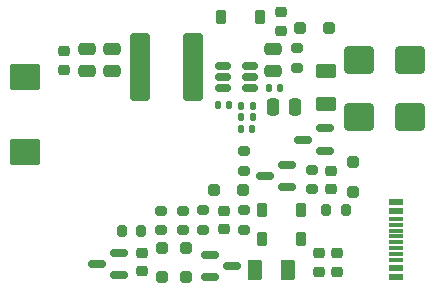
<source format=gbr>
G04 #@! TF.GenerationSoftware,KiCad,Pcbnew,8.0.8*
G04 #@! TF.CreationDate,2025-07-16T13:43:26+07:00*
G04 #@! TF.ProjectId,USBC_Prog_A7677S_V1.1,55534243-5f50-4726-9f67-5f4137363737,rev?*
G04 #@! TF.SameCoordinates,Original*
G04 #@! TF.FileFunction,Paste,Top*
G04 #@! TF.FilePolarity,Positive*
%FSLAX46Y46*%
G04 Gerber Fmt 4.6, Leading zero omitted, Abs format (unit mm)*
G04 Created by KiCad (PCBNEW 8.0.8) date 2025-07-16 13:43:26*
%MOMM*%
%LPD*%
G01*
G04 APERTURE LIST*
G04 Aperture macros list*
%AMRoundRect*
0 Rectangle with rounded corners*
0 $1 Rounding radius*
0 $2 $3 $4 $5 $6 $7 $8 $9 X,Y pos of 4 corners*
0 Add a 4 corners polygon primitive as box body*
4,1,4,$2,$3,$4,$5,$6,$7,$8,$9,$2,$3,0*
0 Add four circle primitives for the rounded corners*
1,1,$1+$1,$2,$3*
1,1,$1+$1,$4,$5*
1,1,$1+$1,$6,$7*
1,1,$1+$1,$8,$9*
0 Add four rect primitives between the rounded corners*
20,1,$1+$1,$2,$3,$4,$5,0*
20,1,$1+$1,$4,$5,$6,$7,0*
20,1,$1+$1,$6,$7,$8,$9,0*
20,1,$1+$1,$8,$9,$2,$3,0*%
G04 Aperture macros list end*
%ADD10RoundRect,0.200000X0.275000X-0.200000X0.275000X0.200000X-0.275000X0.200000X-0.275000X-0.200000X0*%
%ADD11RoundRect,0.225000X0.250000X-0.225000X0.250000X0.225000X-0.250000X0.225000X-0.250000X-0.225000X0*%
%ADD12RoundRect,0.250000X0.475000X-0.250000X0.475000X0.250000X-0.475000X0.250000X-0.475000X-0.250000X0*%
%ADD13RoundRect,0.140000X0.140000X0.170000X-0.140000X0.170000X-0.140000X-0.170000X0.140000X-0.170000X0*%
%ADD14RoundRect,0.250000X0.250000X-0.250000X0.250000X0.250000X-0.250000X0.250000X-0.250000X-0.250000X0*%
%ADD15RoundRect,0.250000X-0.625000X0.375000X-0.625000X-0.375000X0.625000X-0.375000X0.625000X0.375000X0*%
%ADD16RoundRect,0.135000X0.135000X0.185000X-0.135000X0.185000X-0.135000X-0.185000X0.135000X-0.185000X0*%
%ADD17RoundRect,0.150000X0.587500X0.150000X-0.587500X0.150000X-0.587500X-0.150000X0.587500X-0.150000X0*%
%ADD18RoundRect,0.135000X-0.135000X-0.185000X0.135000X-0.185000X0.135000X0.185000X-0.135000X0.185000X0*%
%ADD19RoundRect,0.250000X-0.600000X-2.600000X0.600000X-2.600000X0.600000X2.600000X-0.600000X2.600000X0*%
%ADD20RoundRect,0.225000X-0.250000X0.225000X-0.250000X-0.225000X0.250000X-0.225000X0.250000X0.225000X0*%
%ADD21RoundRect,0.140000X-0.140000X-0.170000X0.140000X-0.170000X0.140000X0.170000X-0.140000X0.170000X0*%
%ADD22RoundRect,0.150000X-0.587500X-0.150000X0.587500X-0.150000X0.587500X0.150000X-0.587500X0.150000X0*%
%ADD23RoundRect,0.150000X0.512500X0.150000X-0.512500X0.150000X-0.512500X-0.150000X0.512500X-0.150000X0*%
%ADD24RoundRect,0.225000X-0.225000X-0.375000X0.225000X-0.375000X0.225000X0.375000X-0.225000X0.375000X0*%
%ADD25RoundRect,0.250000X-1.000000X-0.900000X1.000000X-0.900000X1.000000X0.900000X-1.000000X0.900000X0*%
%ADD26RoundRect,0.200000X-0.275000X0.200000X-0.275000X-0.200000X0.275000X-0.200000X0.275000X0.200000X0*%
%ADD27RoundRect,0.250000X-1.025000X0.875000X-1.025000X-0.875000X1.025000X-0.875000X1.025000X0.875000X0*%
%ADD28R,1.150000X0.300000*%
%ADD29R,1.150000X0.600000*%
%ADD30RoundRect,0.250000X-0.250000X0.250000X-0.250000X-0.250000X0.250000X-0.250000X0.250000X0.250000X0*%
%ADD31RoundRect,0.250000X0.250000X0.475000X-0.250000X0.475000X-0.250000X-0.475000X0.250000X-0.475000X0*%
%ADD32RoundRect,0.200000X-0.200000X-0.275000X0.200000X-0.275000X0.200000X0.275000X-0.200000X0.275000X0*%
%ADD33RoundRect,0.250000X-0.250000X-0.250000X0.250000X-0.250000X0.250000X0.250000X-0.250000X0.250000X0*%
%ADD34RoundRect,0.250000X0.375000X0.625000X-0.375000X0.625000X-0.375000X-0.625000X0.375000X-0.625000X0*%
%ADD35RoundRect,0.250000X0.250000X0.250000X-0.250000X0.250000X-0.250000X-0.250000X0.250000X-0.250000X0*%
G04 APERTURE END LIST*
D10*
G04 #@! TO.C,R40*
X119075000Y-84125000D03*
X119075000Y-82475000D03*
G04 #@! TD*
G04 #@! TO.C,R4*
X106250000Y-87575000D03*
X106250000Y-85925000D03*
G04 #@! TD*
D11*
G04 #@! TO.C,C41*
X121200000Y-91075000D03*
X121200000Y-89525000D03*
G04 #@! TD*
D12*
G04 #@! TO.C,C40*
X100050000Y-74100000D03*
X100050000Y-72200000D03*
G04 #@! TD*
D13*
G04 #@! TO.C,C37*
X112055000Y-76950000D03*
X111095000Y-76950000D03*
G04 #@! TD*
G04 #@! TO.C,C36*
X116380000Y-75500000D03*
X115420000Y-75500000D03*
G04 #@! TD*
D14*
G04 #@! TO.C,D4*
X108400000Y-91550000D03*
X108400000Y-89050000D03*
G04 #@! TD*
D11*
G04 #@! TO.C,C1*
X119640000Y-91090000D03*
X119640000Y-89540000D03*
G04 #@! TD*
D15*
G04 #@! TO.C,F2*
X120210000Y-74120000D03*
X120210000Y-76920000D03*
G04 #@! TD*
D12*
G04 #@! TO.C,C34*
X115800000Y-74100000D03*
X115800000Y-72200000D03*
G04 #@! TD*
D16*
G04 #@! TO.C,R26*
X114035000Y-77025000D03*
X113015000Y-77025000D03*
G04 #@! TD*
D17*
G04 #@! TO.C,Q2*
X102737500Y-91375000D03*
X102737500Y-89475000D03*
X100862500Y-90425000D03*
G04 #@! TD*
D12*
G04 #@! TO.C,C39*
X102100000Y-74100000D03*
X102100000Y-72200000D03*
G04 #@! TD*
D18*
G04 #@! TO.C,R29*
X113015000Y-78025000D03*
X114035000Y-78025000D03*
G04 #@! TD*
D19*
G04 #@! TO.C,L1*
X104526094Y-73774164D03*
X109026094Y-73774164D03*
G04 #@! TD*
D20*
G04 #@! TO.C,C29*
X120650000Y-82525000D03*
X120650000Y-84075000D03*
G04 #@! TD*
D21*
G04 #@! TO.C,C38*
X113045000Y-79025000D03*
X114005000Y-79025000D03*
G04 #@! TD*
D22*
G04 #@! TO.C,Q1*
X110412500Y-89650000D03*
X110412500Y-91550000D03*
X112287500Y-90600000D03*
G04 #@! TD*
D23*
G04 #@! TO.C,U3*
X113837500Y-75550000D03*
X113837500Y-74600000D03*
X113837500Y-73650000D03*
X111562500Y-73650000D03*
X111562500Y-74600000D03*
X111562500Y-75550000D03*
G04 #@! TD*
D24*
G04 #@! TO.C,D5*
X114850000Y-85900000D03*
X118150000Y-85900000D03*
G04 #@! TD*
D25*
G04 #@! TO.C,D8*
X123032500Y-78000000D03*
X127332500Y-78000000D03*
G04 #@! TD*
D26*
G04 #@! TO.C,R30*
X113300000Y-80875000D03*
X113300000Y-82525000D03*
G04 #@! TD*
D27*
G04 #@! TO.C,C4*
X94800000Y-74575000D03*
X94800000Y-80975000D03*
G04 #@! TD*
D17*
G04 #@! TO.C,Q12*
X120137500Y-80850000D03*
X120137500Y-78950000D03*
X118262500Y-79900000D03*
G04 #@! TD*
D28*
G04 #@! TO.C,J1*
X126145000Y-90100000D03*
X126145000Y-89100000D03*
X126145000Y-87600000D03*
X126145000Y-86600000D03*
D29*
X126145000Y-85950000D03*
X126145000Y-85150000D03*
D28*
X126145000Y-87100000D03*
X126145000Y-88100000D03*
X126145000Y-88600000D03*
X126145000Y-89600000D03*
D29*
X126145000Y-90750000D03*
X126145000Y-91550000D03*
G04 #@! TD*
D10*
G04 #@! TO.C,R43*
X113300000Y-87525000D03*
X113300000Y-85875000D03*
G04 #@! TD*
D25*
G04 #@! TO.C,D6*
X123050000Y-73130000D03*
X127350000Y-73130000D03*
G04 #@! TD*
D30*
G04 #@! TO.C,D14*
X122510000Y-81822500D03*
X122510000Y-84322500D03*
G04 #@! TD*
D31*
G04 #@! TO.C,C15*
X117650000Y-77100000D03*
X115750000Y-77100000D03*
G04 #@! TD*
D14*
G04 #@! TO.C,D3*
X106400000Y-91550000D03*
X106400000Y-89050000D03*
G04 #@! TD*
D11*
G04 #@! TO.C,C3*
X104650000Y-91025000D03*
X104650000Y-89475000D03*
G04 #@! TD*
D32*
G04 #@! TO.C,R3*
X102975000Y-87600000D03*
X104625000Y-87600000D03*
G04 #@! TD*
D26*
G04 #@! TO.C,R2*
X117800000Y-72155000D03*
X117800000Y-73805000D03*
G04 #@! TD*
D33*
G04 #@! TO.C,D1*
X118042500Y-70450000D03*
X120542500Y-70450000D03*
G04 #@! TD*
D11*
G04 #@! TO.C,C5*
X98050000Y-73975000D03*
X98050000Y-72425000D03*
G04 #@! TD*
D32*
G04 #@! TO.C,R39*
X120275000Y-85900000D03*
X121925000Y-85900000D03*
G04 #@! TD*
D24*
G04 #@! TO.C,D2*
X111400000Y-69550000D03*
X114700000Y-69550000D03*
G04 #@! TD*
D20*
G04 #@! TO.C,C2*
X116400000Y-69125000D03*
X116400000Y-70675000D03*
G04 #@! TD*
D34*
G04 #@! TO.C,F1*
X117025000Y-90900000D03*
X114225000Y-90900000D03*
G04 #@! TD*
D10*
G04 #@! TO.C,R1*
X108175000Y-87575000D03*
X108175000Y-85925000D03*
G04 #@! TD*
D20*
G04 #@! TO.C,C30*
X111600000Y-85925000D03*
X111600000Y-87475000D03*
G04 #@! TD*
D17*
G04 #@! TO.C,Q3*
X116937500Y-83912500D03*
X116937500Y-82012500D03*
X115062500Y-82962500D03*
G04 #@! TD*
D10*
G04 #@! TO.C,R38*
X109800000Y-87550000D03*
X109800000Y-85900000D03*
G04 #@! TD*
D24*
G04 #@! TO.C,D7*
X114850000Y-88300000D03*
X118150000Y-88300000D03*
G04 #@! TD*
D35*
G04 #@! TO.C,D13*
X113225000Y-84200000D03*
X110725000Y-84200000D03*
G04 #@! TD*
M02*

</source>
